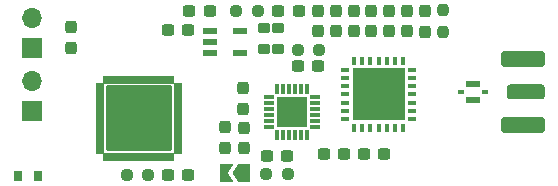
<source format=gbr>
%TF.GenerationSoftware,KiCad,Pcbnew,8.0.6-8.0.6-0~ubuntu24.04.1*%
%TF.CreationDate,2024-10-27T16:32:26+01:00*%
%TF.ProjectId,LoRa,4c6f5261-2e6b-4696-9361-645f70636258,rev?*%
%TF.SameCoordinates,Original*%
%TF.FileFunction,Soldermask,Top*%
%TF.FilePolarity,Negative*%
%FSLAX46Y46*%
G04 Gerber Fmt 4.6, Leading zero omitted, Abs format (unit mm)*
G04 Created by KiCad (PCBNEW 8.0.6-8.0.6-0~ubuntu24.04.1) date 2024-10-27 16:32:26*
%MOMM*%
%LPD*%
G01*
G04 APERTURE LIST*
G04 Aperture macros list*
%AMRoundRect*
0 Rectangle with rounded corners*
0 $1 Rounding radius*
0 $2 $3 $4 $5 $6 $7 $8 $9 X,Y pos of 4 corners*
0 Add a 4 corners polygon primitive as box body*
4,1,4,$2,$3,$4,$5,$6,$7,$8,$9,$2,$3,0*
0 Add four circle primitives for the rounded corners*
1,1,$1+$1,$2,$3*
1,1,$1+$1,$4,$5*
1,1,$1+$1,$6,$7*
1,1,$1+$1,$8,$9*
0 Add four rect primitives between the rounded corners*
20,1,$1+$1,$2,$3,$4,$5,0*
20,1,$1+$1,$4,$5,$6,$7,0*
20,1,$1+$1,$6,$7,$8,$9,0*
20,1,$1+$1,$8,$9,$2,$3,0*%
%AMFreePoly0*
4,1,6,1.000000,0.000000,0.500000,-0.750000,-0.500000,-0.750000,-0.500000,0.750000,0.500000,0.750000,1.000000,0.000000,1.000000,0.000000,$1*%
%AMFreePoly1*
4,1,6,0.500000,-0.750000,-0.650000,-0.750000,-0.150000,0.000000,-0.650000,0.750000,0.500000,0.750000,0.500000,-0.750000,0.500000,-0.750000,$1*%
G04 Aperture macros list end*
%ADD10RoundRect,0.237500X-0.237500X0.300000X-0.237500X-0.300000X0.237500X-0.300000X0.237500X0.300000X0*%
%ADD11FreePoly0,180.000000*%
%ADD12FreePoly1,180.000000*%
%ADD13RoundRect,0.237500X-0.250000X-0.237500X0.250000X-0.237500X0.250000X0.237500X-0.250000X0.237500X0*%
%ADD14RoundRect,0.237500X0.300000X0.237500X-0.300000X0.237500X-0.300000X-0.237500X0.300000X-0.237500X0*%
%ADD15RoundRect,0.237500X0.237500X-0.300000X0.237500X0.300000X-0.237500X0.300000X-0.237500X-0.300000X0*%
%ADD16RoundRect,0.237500X-0.300000X-0.237500X0.300000X-0.237500X0.300000X0.237500X-0.300000X0.237500X0*%
%ADD17R,1.700000X1.700000*%
%ADD18O,1.700000X1.700000*%
%ADD19RoundRect,0.237500X0.250000X0.237500X-0.250000X0.237500X-0.250000X-0.237500X0.250000X-0.237500X0*%
%ADD20R,1.200000X0.600000*%
%ADD21R,0.750000X0.950000*%
%ADD22RoundRect,0.102000X-0.412500X0.315000X-0.412500X-0.315000X0.412500X-0.315000X0.412500X0.315000X0*%
%ADD23R,0.700000X0.400000*%
%ADD24R,0.400000X0.700000*%
%ADD25R,4.400000X4.400000*%
%ADD26RoundRect,0.250000X1.350000X-0.385000X1.350000X0.385000X-1.350000X0.385000X-1.350000X-0.385000X0*%
%ADD27RoundRect,0.250000X1.600000X-0.425000X1.600000X0.425000X-1.600000X0.425000X-1.600000X-0.425000X0*%
%ADD28RoundRect,0.237500X-0.237500X0.250000X-0.237500X-0.250000X0.237500X-0.250000X0.237500X0.250000X0*%
%ADD29RoundRect,0.069250X0.207750X-0.257750X0.207750X0.257750X-0.207750X0.257750X-0.207750X-0.257750X0*%
%ADD30RoundRect,0.069250X0.257750X-0.207750X0.257750X0.207750X-0.257750X0.207750X-0.257750X-0.207750X0*%
%ADD31RoundRect,0.102000X2.700000X-2.700000X2.700000X2.700000X-2.700000X2.700000X-2.700000X-2.700000X0*%
%ADD32R,0.300000X0.850000*%
%ADD33R,0.850000X0.300000*%
%ADD34R,2.650000X2.650000*%
%ADD35R,0.550000X0.350000*%
%ADD36R,1.250000X0.550000*%
G04 APERTURE END LIST*
D10*
%TO.C,C14*%
X115000000Y-80487500D03*
X115000000Y-82212500D03*
%TD*%
D11*
%TO.C,JP1*%
X116570000Y-84320000D03*
D12*
X115120000Y-84320000D03*
%TD*%
D13*
%TO.C,FB2*%
X118487500Y-84450000D03*
X120312500Y-84450000D03*
%TD*%
D14*
%TO.C,C22*%
X125100000Y-82700000D03*
X123375000Y-82700000D03*
%TD*%
D15*
%TO.C,C15*%
X116500000Y-78912500D03*
X116500000Y-77187500D03*
%TD*%
D10*
%TO.C,C13*%
X116600000Y-80500000D03*
X116600000Y-82225000D03*
%TD*%
D16*
%TO.C,C9*%
X119512500Y-70600000D03*
X121237500Y-70600000D03*
%TD*%
D17*
%TO.C,J1*%
X98700000Y-73775000D03*
D18*
X98700000Y-71235000D03*
%TD*%
D19*
%TO.C,R8*%
X122975000Y-73900000D03*
X121150000Y-73900000D03*
%TD*%
D20*
%TO.C,IC4*%
X113750000Y-72300000D03*
X113750000Y-73250000D03*
X113750000Y-74200000D03*
X116250000Y-74200000D03*
X116250000Y-72300000D03*
%TD*%
D14*
%TO.C,C5*%
X111900000Y-72250000D03*
X110175000Y-72250000D03*
%TD*%
D15*
%TO.C,C26*%
X128900000Y-72362500D03*
X128900000Y-70637500D03*
%TD*%
D21*
%TO.C,ANT1*%
X99150000Y-84600000D03*
X97450000Y-84600000D03*
%TD*%
D22*
%TO.C,Y2*%
X118262500Y-72040000D03*
X118262500Y-73860000D03*
X119487500Y-73860000D03*
X119487500Y-72040000D03*
%TD*%
D13*
%TO.C,FB3*%
X115962500Y-70600000D03*
X117787500Y-70600000D03*
%TD*%
D17*
%TO.C,J2*%
X98700000Y-79075000D03*
D18*
X98700000Y-76535000D03*
%TD*%
D14*
%TO.C,C18*%
X113712500Y-70650000D03*
X111987500Y-70650000D03*
%TD*%
D23*
%TO.C,IC3*%
X125200000Y-75600000D03*
X125200000Y-76300000D03*
X125200000Y-77000000D03*
X125200000Y-77700000D03*
X125200000Y-78400000D03*
X125200000Y-79100000D03*
X125200000Y-79800000D03*
D24*
X125900000Y-80500000D03*
X126600000Y-80500000D03*
X127300000Y-80500000D03*
X128000000Y-80500000D03*
X128700000Y-80500000D03*
X129400000Y-80500000D03*
X130100000Y-80500000D03*
D23*
X130800000Y-79800000D03*
X130800000Y-79100000D03*
X130800000Y-78400000D03*
X130800000Y-77700000D03*
X130800000Y-77000000D03*
X130800000Y-76300000D03*
X130800000Y-75600000D03*
D24*
X130100000Y-74900000D03*
X129400000Y-74900000D03*
X128700000Y-74900000D03*
X128000000Y-74900000D03*
X127300000Y-74900000D03*
X126600000Y-74900000D03*
X125900000Y-74900000D03*
D25*
X128000000Y-77700000D03*
%TD*%
D16*
%TO.C,C21*%
X126737500Y-82700000D03*
X128462500Y-82700000D03*
%TD*%
D26*
%TO.C,J6*%
X140500000Y-77500000D03*
D27*
X140250000Y-74675000D03*
X140250000Y-80325000D03*
%TD*%
D28*
%TO.C,FB1*%
X133450000Y-70587500D03*
X133450000Y-72412500D03*
%TD*%
D15*
%TO.C,C20*%
X124400000Y-72362500D03*
X124400000Y-70637500D03*
%TD*%
D14*
%TO.C,C8*%
X122912500Y-75300000D03*
X121187500Y-75300000D03*
%TD*%
D29*
%TO.C,U1*%
X104962500Y-82965000D03*
X105462500Y-82965000D03*
X105962500Y-82965000D03*
X106462500Y-82965000D03*
X106962500Y-82965000D03*
X107462500Y-82965000D03*
X107962500Y-82965000D03*
X108462500Y-82965000D03*
X108962500Y-82965000D03*
X109462500Y-82965000D03*
X109962500Y-82965000D03*
X110462500Y-82965000D03*
D30*
X110977500Y-82450000D03*
X110977500Y-81950000D03*
X110977500Y-81450000D03*
X110977500Y-80950000D03*
X110977500Y-80450000D03*
X110977500Y-79950000D03*
X110977500Y-79450000D03*
X110977500Y-78950000D03*
X110977500Y-78450000D03*
X110977500Y-77950000D03*
X110977500Y-77450000D03*
X110977500Y-76950000D03*
D29*
X110462500Y-76435000D03*
X109962500Y-76435000D03*
X109462500Y-76435000D03*
X108962500Y-76435000D03*
X108462500Y-76435000D03*
X107962500Y-76435000D03*
X107462500Y-76435000D03*
X106962500Y-76435000D03*
X106462500Y-76435000D03*
X105962500Y-76435000D03*
X105462500Y-76435000D03*
X104962500Y-76435000D03*
D30*
X104447500Y-76950000D03*
X104447500Y-77450000D03*
X104447500Y-77950000D03*
X104447500Y-78450000D03*
X104447500Y-78950000D03*
X104447500Y-79450000D03*
X104447500Y-79950000D03*
X104447500Y-80450000D03*
X104447500Y-80950000D03*
X104447500Y-81450000D03*
X104447500Y-81950000D03*
X104447500Y-82450000D03*
D31*
X107712500Y-79700000D03*
%TD*%
D13*
%TO.C,R2*%
X106675000Y-84500000D03*
X108500000Y-84500000D03*
%TD*%
D32*
%TO.C,IC1*%
X121900000Y-77250000D03*
X121400000Y-77250000D03*
X120900000Y-77250000D03*
X120400000Y-77250000D03*
X119900000Y-77250000D03*
X119400000Y-77250000D03*
D33*
X118700000Y-77950000D03*
X118700000Y-78450000D03*
X118700000Y-78950000D03*
X118700000Y-79450000D03*
X118700000Y-79950000D03*
X118700000Y-80450000D03*
D32*
X119400000Y-81150000D03*
X119900000Y-81150000D03*
X120400000Y-81150000D03*
X120900000Y-81150000D03*
X121400000Y-81150000D03*
X121900000Y-81150000D03*
D33*
X122600000Y-80450000D03*
X122600000Y-79950000D03*
X122600000Y-79450000D03*
X122600000Y-78950000D03*
X122600000Y-78450000D03*
X122600000Y-77950000D03*
D34*
X120650000Y-79200000D03*
%TD*%
D15*
%TO.C,C24*%
X131900000Y-72375000D03*
X131900000Y-70650000D03*
%TD*%
%TO.C,C19*%
X125900000Y-72362500D03*
X125900000Y-70637500D03*
%TD*%
%TO.C,C4*%
X101950000Y-73725000D03*
X101950000Y-72000000D03*
%TD*%
D35*
%TO.C,FL1*%
X134950000Y-77500000D03*
D36*
X135975000Y-78150000D03*
D35*
X137000000Y-77500000D03*
D36*
X135975000Y-76850000D03*
%TD*%
D15*
%TO.C,C17*%
X122850000Y-72362500D03*
X122850000Y-70637500D03*
%TD*%
D14*
%TO.C,C16*%
X120262500Y-82950000D03*
X118537500Y-82950000D03*
%TD*%
D15*
%TO.C,C25*%
X130400000Y-72362500D03*
X130400000Y-70637500D03*
%TD*%
%TO.C,C23*%
X127400000Y-72362500D03*
X127400000Y-70637500D03*
%TD*%
D16*
%TO.C,C3*%
X110137500Y-84500000D03*
X111862500Y-84500000D03*
%TD*%
M02*

</source>
